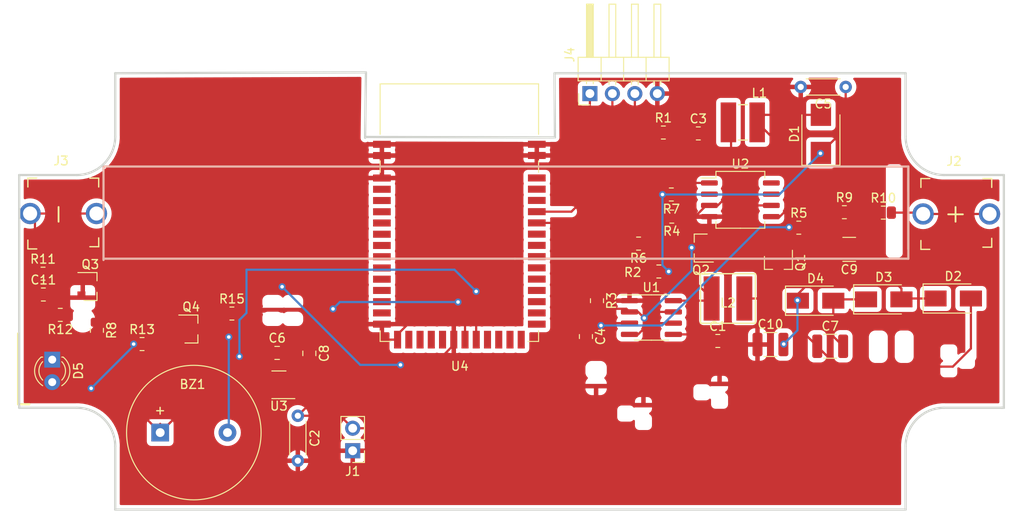
<source format=kicad_pcb>
(kicad_pcb (version 20201116) (generator pcbnew)
  (layers (0 "F.Cu" signal) (31 "B.Cu" signal) (34 "B.Paste" user) (35 "F.Paste" user) (36 "B.SilkS" user "B.Silkscreen") (37 "F.SilkS" user "F.Silkscreen") (38 "B.Mask" user) (39 "F.Mask" user) (44 "Edge.Cuts" user))
  (net 0 "")
  (net 1 "Net-(BZ1-Pad2)")
  (net 2 "GNDD")
  (net 3 "Net-(C1-Pad1)")
  (net 4 "/18660_Input")
  (net 5 "Net-(C3-Pad1)")
  (net 6 "Net-(C4-Pad1)")
  (net 7 "/VCC_5V")
  (net 8 "Net-(C6-Pad1)")
  (net 9 "Net-(C7-Pad2)")
  (net 10 "Net-(C7-Pad1)")
  (net 11 "/VCC_3.3V")
  (net 12 "Net-(C10-Pad2)")
  (net 13 "Net-(C9-Pad1)")
  (net 14 "Net-(C11-Pad1)")
  (net 15 "Net-(D1-Pad2)")
  (net 16 "Net-(D5-Pad2)")
  (net 17 "Net-(J2-Pad1)")
  (net 18 "Net-(J4-Pad3)")
  (net 19 "Net-(J4-Pad2)")
  (net 20 "Net-(Q1-Pad2)")
  (net 21 "Net-(Q1-Pad1)")
  (net 22 "/INT_0")
  (net 23 "Net-(Q3-Pad1)")
  (net 24 "Net-(Q4-Pad1)")
  (net 25 "Net-(R1-Pad1)")
  (net 26 "Net-(R2-Pad2)")
  (net 27 "Net-(R4-Pad1)")
  (net 28 "Net-(R5-Pad1)")
  (net 29 "Net-(R10-Pad1)")
  (net 30 "/LED")
  (net 31 "/BUZZER")
  (footprint "Diode_SMD:D_SMA" (layer "F.Cu") (at 130.4 46.1)
    (fp_text reference "D2" (at 0 -2.5) (layer "F.SilkS"))
    (fp_text value "US1M")
    (pad "1" smd rect (at -2 0) (size 2.5 1.8) (layers "F.Cu" "F.Paste" "F.Mask") (net 13 "Net-(C9-Pad1)"))
    (pad "2" smd rect (at 2 0) (size 2.5 1.8) (layers "F.Cu" "F.Paste" "F.Mask") (net 10 "Net-(C7-Pad1)"))
  )
  (footprint "Resistor_SMD:R_0805_2012Metric" (layer "F.Cu") (at 122.5 36.4)
    (fp_text reference "R10" (at 0 -1.65) (layer "F.SilkS"))
    (fp_text value "7.5M")
    (pad "1" smd roundrect (at -0.9125 0) (size 1.025 1.4) (layers "F.Cu" "F.Paste" "F.Mask") (roundrect_rratio 0.243902) (net 29 "Net-(R10-Pad1)"))
    (pad "2" smd roundrect (at 0.9125 0) (size 1.025 1.4) (layers "F.Cu" "F.Paste" "F.Mask") (roundrect_rratio 0.243902) (net 17 "Net-(J2-Pad1)"))
  )
  (footprint "Resistor_SMD:R_0805_2012Metric" (layer "F.Cu") (at 103.8 50.9)
    (fp_text reference "C1" (at 0 -1.65) (layer "F.SilkS"))
    (fp_text value "10nF")
    (pad "1" smd roundrect (at -0.9125 0) (size 1.025 1.4) (layers "F.Cu" "F.Paste" "F.Mask") (roundrect_rratio 0.243902) (net 3 "Net-(C1-Pad1)"))
    (pad "2" smd roundrect (at 0.9125 0) (size 1.025 1.4) (layers "F.Cu" "F.Paste" "F.Mask") (roundrect_rratio 0.243902) (net 2 "GNDD"))
  )
  (footprint "Resistor_SMD:R_1210_3225Metric" (layer "F.Cu") (at 109.75 51.3)
    (fp_text reference "C10" (at 0 -2.28) (layer "F.SilkS"))
    (fp_text value "10nF")
    (pad "1" smd roundrect (at -1.4625 0) (size 1.125 2.65) (layers "F.Cu" "F.Paste" "F.Mask") (roundrect_rratio 0.222222) (net 2 "GNDD"))
    (pad "2" smd roundrect (at 1.4625 0) (size 1.125 2.65) (layers "F.Cu" "F.Paste" "F.Mask") (roundrect_rratio 0.222222) (net 12 "Net-(C10-Pad2)"))
  )
  (footprint "Resistor_SMD:R_0805_2012Metric" (layer "F.Cu") (at 90.15 46.35 -90)
    (fp_text reference "R3" (at 0 -1.65 90) (layer "F.SilkS"))
    (fp_text value "33K")
    (pad "1" smd roundrect (at -0.9125 0 270) (size 1.025 1.4) (layers "F.Cu" "F.Paste" "F.Mask") (roundrect_rratio 0.243902) (net 26 "Net-(R2-Pad2)"))
    (pad "2" smd roundrect (at 0.9125 0 270) (size 1.025 1.4) (layers "F.Cu" "F.Paste" "F.Mask") (roundrect_rratio 0.243902) (net 6 "Net-(C4-Pad1)"))
  )
  (footprint "Resistor_SMD:R_0805_2012Metric" (layer "F.Cu") (at 94.85 39.9 180)
    (fp_text reference "R6" (at 0 -1.65) (layer "F.SilkS"))
    (fp_text value "200")
    (pad "1" smd roundrect (at -0.9125 0 180) (size 1.025 1.4) (layers "F.Cu" "F.Paste" "F.Mask") (roundrect_rratio 0.243902) (net 20 "Net-(Q1-Pad2)"))
    (pad "2" smd roundrect (at 0.9125 0 180) (size 1.025 1.4) (layers "F.Cu" "F.Paste" "F.Mask") (roundrect_rratio 0.243902) (net 2 "GNDD"))
  )
  (footprint "Geiger:IND_SMD_CD43" (layer "F.Cu") (at 106.625 26.2)
    (fp_text reference "L1" (at 1.879 -3.302) (layer "F.SilkS"))
    (fp_text value "4.7uH")
    (pad "1" smd rect (at -1.625 0) (size 1.75 4.5) (layers "F.Cu" "F.Paste" "F.Mask") (net 4 "/18660_Input"))
    (pad "2" smd rect (at 1.625 0) (size 1.75 4.5) (layers "F.Cu" "F.Paste" "F.Mask") (net 15 "Net-(D1-Pad2)"))
  )
  (footprint "Resistor_SMD:R_1210_3225Metric" (layer "F.Cu") (at 116.5 51.5)
    (fp_text reference "C7" (at 0 -2.28) (layer "F.SilkS"))
    (fp_text value "10nF")
    (pad "1" smd roundrect (at -1.4625 0) (size 1.125 2.65) (layers "F.Cu" "F.Paste" "F.Mask") (roundrect_rratio 0.222222) (net 10 "Net-(C7-Pad1)"))
    (pad "2" smd roundrect (at 1.4625 0) (size 1.125 2.65) (layers "F.Cu" "F.Paste" "F.Mask") (roundrect_rratio 0.222222) (net 9 "Net-(C7-Pad2)"))
  )
  (footprint "Resistor_SMD:R_1210_3225Metric" (layer "F.Cu") (at 118.65 40.55 180)
    (fp_text reference "C9" (at 0 -2.28) (layer "F.SilkS"))
    (fp_text value "10nF")
    (pad "1" smd roundrect (at -1.4625 0 180) (size 1.125 2.65) (layers "F.Cu" "F.Paste" "F.Mask") (roundrect_rratio 0.222222) (net 13 "Net-(C9-Pad1)"))
    (pad "2" smd roundrect (at 1.4625 0 180) (size 1.125 2.65) (layers "F.Cu" "F.Paste" "F.Mask") (roundrect_rratio 0.222222) (net 12 "Net-(C10-Pad2)"))
  )
  (footprint "Capacitor_SMD:C_0805_2012Metric" (layer "F.Cu") (at 57.65 52.3 -90)
    (fp_text reference "C8" (at 0 -1.68 90) (layer "F.SilkS"))
    (fp_text value "2.2uF")
    (pad "1" smd roundrect (at -0.95 0 270) (size 1 1.45) (layers "F.Cu" "F.Paste" "F.Mask") (net 11 "/VCC_3.3V"))
    (pad "2" smd roundrect (at 0.95 0 270) (size 1 1.45) (layers "F.Cu" "F.Paste" "F.Mask") (net 2 "GNDD"))
  )
  (footprint "Connector_PinHeader_2.54mm:PinHeader_1x04_P2.54mm_Horizontal" (layer "F.Cu") (at 89.35 22.95 90)
    (fp_text reference "J4" (at 4.385 -2.27 90) (layer "F.SilkS"))
    (fp_text value "Conn_01x04")
    (pad "1" thru_hole rect (at 0 0 90) (size 1.7 1.7) (drill 1) (layers *.Cu *.Mask) (net 11 "/VCC_3.3V"))
    (pad "2" thru_hole oval (at 0 2.54 90) (size 1.7 1.7) (drill 1) (layers *.Cu *.Mask) (net 19 "Net-(J4-Pad2)"))
    (pad "3" thru_hole oval (at 0 5.08 90) (size 1.7 1.7) (drill 1) (layers *.Cu *.Mask) (net 18 "Net-(J4-Pad3)"))
    (pad "4" thru_hole oval (at 0 7.62 90) (size 1.7 1.7) (drill 1) (layers *.Cu *.Mask) (net 2 "GNDD"))
  )
  (footprint "Resistor_SMD:R_0805_2012Metric" (layer "F.Cu") (at 97.65 27.35)
    (fp_text reference "R1" (at 0 -1.65) (layer "F.SilkS"))
    (fp_text value "47k")
    (pad "1" smd roundrect (at -0.9125 0) (size 1.025 1.4) (layers "F.Cu" "F.Paste" "F.Mask") (roundrect_rratio 0.243902) (net 25 "Net-(R1-Pad1)"))
    (pad "2" smd roundrect (at 0.9125 0) (size 1.025 1.4) (layers "F.Cu" "F.Paste" "F.Mask") (roundrect_rratio 0.243902) (net 5 "Net-(C3-Pad1)"))
  )
  (footprint "Resistor_SMD:R_0805_2012Metric" (layer "F.Cu") (at 101.6 27.45)
    (fp_text reference "C3" (at 0 -1.65) (layer "F.SilkS"))
    (fp_text value "33nF")
    (pad "1" smd roundrect (at -0.9125 0) (size 1.025 1.4) (layers "F.Cu" "F.Paste" "F.Mask") (roundrect_rratio 0.243902) (net 5 "Net-(C3-Pad1)"))
    (pad "2" smd roundrect (at 0.9125 0) (size 1.025 1.4) (layers "F.Cu" "F.Paste" "F.Mask") (roundrect_rratio 0.243902) (net 2 "GNDD"))
  )
  (footprint "Resistor_SMD:R_0805_2012Metric" (layer "F.Cu") (at 118.1 36.35)
    (fp_text reference "R9" (at 0 -1.65) (layer "F.SilkS"))
    (fp_text value "7.5M")
    (pad "1" smd roundrect (at -0.9125 0) (size 1.025 1.4) (layers "F.Cu" "F.Paste" "F.Mask") (roundrect_rratio 0.243902) (net 12 "Net-(C10-Pad2)"))
    (pad "2" smd roundrect (at 0.9125 0) (size 1.025 1.4) (layers "F.Cu" "F.Paste" "F.Mask") (roundrect_rratio 0.243902) (net 29 "Net-(R10-Pad1)"))
  )
  (footprint "Resistor_SMD:R_0805_2012Metric" (layer "F.Cu") (at 97.137501 43.050002 180)
    (fp_text reference "R2" (at 2.95 -0.1) (layer "F.SilkS"))
    (fp_text value "33K")
    (pad "1" smd roundrect (at -0.9125 0 180) (size 1.025 1.4) (layers "F.Cu" "F.Paste" "F.Mask") (roundrect_rratio 0.243902) (net 7 "/VCC_5V"))
    (pad "2" smd roundrect (at 0.9125 0 180) (size 1.025 1.4) (layers "F.Cu" "F.Paste" "F.Mask") (roundrect_rratio 0.243902) (net 26 "Net-(R2-Pad2)"))
  )
  (footprint "Buzzer_Beeper:Buzzer_15x7.5RM7.6" (layer "F.Cu") (at 40.8 61.25)
    (fp_text reference "BZ1" (at 3.65 -5.45) (layer "F.SilkS"))
    (fp_text value "Buzzer")
    (fp_text user "+" (at -0.01 -2.54) (layer "F.SilkS"))
    (pad "1" thru_hole rect (at 0 0) (size 2 2) (drill 1) (layers *.Cu *.Mask) (net 11 "/VCC_3.3V"))
    (pad "2" thru_hole circle (at 7.6 0) (size 2 2) (drill 1) (layers *.Cu *.Mask) (net 1 "Net-(BZ1-Pad2)"))
  )
  (footprint "Resistor_SMD:R_0805_2012Metric" (layer "F.Cu") (at 98.6 36.85 180)
    (fp_text reference "R4" (at 0 -1.65) (layer "F.SilkS"))
    (fp_text value "100k")
    (pad "1" smd roundrect (at -0.9125 0 180) (size 1.025 1.4) (layers "F.Cu" "F.Paste" "F.Mask") (roundrect_rratio 0.243902) (net 27 "Net-(R4-Pad1)"))
    (pad "2" smd roundrect (at 0.9125 0 180) (size 1.025 1.4) (layers "F.Cu" "F.Paste" "F.Mask") (roundrect_rratio 0.243902) (net 2 "GNDD"))
  )
  (footprint "Resistor_SMD:R_0805_2012Metric" (layer "F.Cu") (at 38.75 51.25)
    (fp_text reference "R13" (at 0 -1.65) (layer "F.SilkS"))
    (fp_text value "510R")
    (pad "1" smd roundrect (at -0.9125 0) (size 1.025 1.4) (layers "F.Cu" "F.Paste" "F.Mask") (roundrect_rratio 0.243902) (net 16 "Net-(D5-Pad2)"))
    (pad "2" smd roundrect (at 0.9125 0) (size 1.025 1.4) (layers "F.Cu" "F.Paste" "F.Mask") (roundrect_rratio 0.243902) (net 30 "/LED"))
  )
  (footprint "Package_TO_SOT_SMD:SOT-23" (layer "F.Cu") (at 101.9 40.4 180)
    (fp_text reference "Q2" (at 0 -2.5) (layer "F.SilkS"))
    (fp_text value "MMBT3904")
    (pad "1" smd rect (at -1 -0.95 180) (size 0.9 0.8) (layers "F.Cu" "F.Paste" "F.Mask") (net 20 "Net-(Q1-Pad2)"))
    (pad "2" smd rect (at -1 0.95 180) (size 0.9 0.8) (layers "F.Cu" "F.Paste" "F.Mask") (net 2 "GNDD"))
    (pad "3" smd rect (at 1 0 180) (size 0.9 0.8) (layers "F.Cu" "F.Paste" "F.Mask") (net 6 "Net-(C4-Pad1)"))
  )
  (footprint "Diode_SMD:D_SMB" (layer "F.Cu") (at 115.45 27.5 90)
    (fp_text reference "D1" (at 0 -3 90) (layer "F.SilkS"))
    (fp_text value "MBRS120")
    (pad "1" smd rect (at -2.15 0 90) (size 2.5 2.3) (layers "F.Cu" "F.Paste" "F.Mask") (net 7 "/VCC_5V"))
    (pad "2" smd rect (at 2.15 0 90) (size 2.5 2.3) (layers "F.Cu" "F.Paste" "F.Mask") (net 15 "Net-(D1-Pad2)"))
  )
  (footprint "Ebyte:E73-2G4M04S1B" (layer "F.Cu") (at 74.65 36.75)
    (fp_text reference "U4" (at 0 17) (layer "F.SilkS"))
    (fp_text value "E73-2G4M04S1B")
    (pad "1" smd rect (at -8.8 -8.07) (size 2 0.8) (layers "F.Cu" "F.Paste" "F.Mask") (net 2 "GNDD"))
    (pad "2" smd rect (at -8.8 -6.8) (size 2 0.8) (layers "F.Cu" "F.Paste" "F.Mask") (net 2 "GNDD"))
    (pad "3" smd rect (at -8.8 -4.26) (size 2 0.8) (layers "F.Cu" "F.Paste" "F.Mask") (net 2 "GNDD"))
    (pad "4" smd rect (at -8.8 -2.99) (size 2 0.8) (layers "F.Cu" "F.Paste" "F.Mask"))
    (pad "5" smd rect (at -8.8 -1.72) (size 2 0.8) (layers "F.Cu" "F.Paste" "F.Mask"))
    (pad "6" smd rect (at -8.8 -0.45) (size 2 0.8) (layers "F.Cu" "F.Paste" "F.Mask"))
    (pad "7" smd rect (at -8.8 0.82) (size 2 0.8) (layers "F.Cu" "F.Paste" "F.Mask"))
    (pad "8" smd rect (at -8.8 2.09) (size 2 0.8) (layers "F.Cu" "F.Paste" "F.Mask"))
    (pad "9" smd rect (at -8.8 3.36) (size 2 0.8) (layers "F.Cu" "F.Paste" "F.Mask"))
    (pad "10" smd rect (at -8.8 4.63) (size 2 0.8) (layers "F.Cu" "F.Paste" "F.Mask"))
    (pad "11" smd rect (at -8.8 5.9) (size 2 0.8) (layers "F.Cu" "F.Paste" "F.Mask"))
    (pad "12" smd rect (at -8.8 7.17) (size 2 0.8) (layers "F.Cu" "F.Paste" "F.Mask"))
    (pad "13" smd rect (at -8.8 8.44) (size 2 0.8) (layers "F.Cu" "F.Paste" "F.Mask"))
    (pad "14" smd rect (at -8.8 9.71) (size 2 0.8) (layers "F.Cu" "F.Paste" "F.Mask"))
    (pad "15" smd rect (at -8.8 10.98) (size 2 0.8) (layers "F.Cu" "F.Paste" "F.Mask"))
    (pad "16" smd rect (at -8.8 12.25) (size 2 0.8) (layers "F.Cu" "F.Paste" "F.Mask") (net 2 "GNDD"))
    (pad "17" smd rect (at -7.03 14 90) (size 2 0.8) (layers "F.Cu" "F.Paste" "F.Mask") (net 11 "/VCC_3.3V"))
    (pad "18" smd rect (at -5.76 14 90) (size 2 0.8) (layers "F.Cu" "F.Paste" "F.Mask"))
    (pad "19" smd rect (at -4.49 14 90) (size 2 0.8) (layers "F.Cu" "F.Paste" "F.Mask"))
    (pad "20" smd rect (at -3.22 14 90) (size 2 0.8) (layers "F.Cu" "F.Paste" "F.Mask"))
    (pad "21" smd rect (at -1.95 14 90) (size 2 0.8) (layers "F.Cu" "F.Paste" "F.Mask"))
    (pad "22" smd rect (at -0.68 14 90) (size 2 0.8) (layers "F.Cu" "F.Paste" "F.Mask") (net 22 "/INT_0"))
    (pad "23" smd rect (at 0.59 14 90) (size 2 0.8) (layers "F.Cu" "F.Paste" "F.Mask") (net 31 "/BUZZER"))
    (pad "24" smd rect (at 1.86 14 90) (size 2 0.8) (layers "F.Cu" "F.Paste" "F.Mask") (net 30 "/LED"))
    (pad "25" smd rect (at 3.13 14 90) (size 2 0.8) (layers "F.Cu" "F.Paste" "F.Mask"))
    (pad "26" smd rect (at 4.4 14 90) (size 2 0.8) (layers "F.Cu" "F.Paste" "F.Mask"))
    (pad "27" smd rect (at 5.67 14 90) (size 2 0.8) (layers "F.Cu" "F.Paste" "F.Mask"))
    (pad "28" smd rect (at 6.94 14 90) (size 2 0.8) (layers "F.Cu" "F.Paste" "F.Mask"))
    (pad "29" smd rect (at 8.7 12.25) (size 2 0.8) (layers "F.Cu" "F.Paste" "F.Mask"))
    (pad "30" smd rect (at 8.7 10.98) (size 2 0.8) (layers "F.Cu" "F.Paste" "F.Mask"))
    (pad "31" smd rect (at 8.7 9.71) (size 2 0.8) (layers "F.Cu" "F.Paste" "F.Mask"))
    (pad "32" smd rect (at 8.7 8.44) (size 2 0.8) (layers "F.Cu" "F.Paste" "F.Mask"))
    (pad "33" smd rect (at 8.7 7.16) (size 2 0.8) (layers "F.Cu" "F.Paste" "F.Mask"))
    (pad "34" smd rect (at 8.7 5.89) (size 2 0.8) (layers "F.Cu" "F.Paste" "F.Mask"))
    (pad "35" smd rect (at 8.7 4.62) (size 2 0.8) (layers "F.Cu" "F.Paste" "F.Mask"))
    (pad "36" smd rect (at 8.7 3.35) (size 2 0.8) (layers "F.Cu" "F.Paste" "F.Mask"))
    (pad "37" smd rect (at 8.7 2.08) (size 2 0.8) (layers "F.Cu" "F.Paste" "F.Mask"))
    (pad "38" smd rect (at 8.7 0.81) (size 2 0.8) (layers "F.Cu" "F.Paste" "F.Mask") (net 18 "Net-(J4-Pad3)"))
    (pad "39" smd rect (at 8.7 -0.46) (size 2 0.8) (layers "F.Cu" "F.Paste" "F.Mask") (net 19 "Net-(J4-Pad2)"))
    (pad "40" smd rect (at 8.7 -1.73) (size 2 0.8) (layers "F.Cu" "F.Paste" "F.Mask"))
    (pad "41" smd rect (at 8.7 -3) (size 2 0.8) (layers "F.Cu" "F.Paste" "F.Mask"))
    (pad "42" smd rect (at 8.7 -4.27) (size 2 0.8) (layers "F.Cu" "F.Paste" "F.Mask"))
    (pad "43" smd rect (at 8.7 -6.81) (size 2 0.8) (layers "F.Cu" "F.Paste" "F.Mask") (net 2 "GNDD"))
    (pad "44" smd rect (at 8.7 -8.07) (size 2 0.8) (layers "F.Cu" "F.Paste" "F.Mask") (net 2 "GNDD"))
  )
  (footprint "Resistor_SMD:R_0805_2012Metric" (layer "F.Cu") (at 112.95 38.1)
    (fp_text reference "R5" (at 0 -1.65) (layer "F.SilkS"))
    (fp_text value "1K")
    (pad "1" smd roundrect (at -0.9125 0) (size 1.025 1.4) (layers "F.Cu" "F.Paste" "F.Mask") (roundrect_rratio 0.243902) (net 28 "Net-(R5-Pad1)"))
    (pad "2" smd roundrect (at 0.9125 0) (size 1.025 1.4) (layers "F.Cu" "F.Paste" "F.Mask") (roundrect_rratio 0.243902) (net 21 "Net-(Q1-Pad1)"))
  )
  (footprint "Diode_SMD:D_SMA" (layer "F.Cu") (at 114.85 46.35)
    (fp_text reference "D4" (at 0 -2.5) (layer "F.SilkS"))
    (fp_text value "US1M")
    (pad "1" smd rect (at -2 0) (size 2.5 1.8) (layers "F.Cu" "F.Paste" "F.Mask") (net 12 "Net-(C10-Pad2)"))
    (pad "2" smd rect (at 2 0) (size 2.5 1.8) (layers "F.Cu" "F.Paste" "F.Mask") (net 9 "Net-(C7-Pad2)"))
  )
  (footprint "Resistor_THT:R_Axial_DIN0204_L3.6mm_D1.6mm_P5.08mm_Horizontal" (layer "F.Cu") (at 118.25 22.2 180)
    (fp_text reference "C5" (at 2.54 -1.92) (layer "F.SilkS"))
    (fp_text value "100uF")
    (pad "1" thru_hole circle (at 0 0 180) (size 1.4 1.4) (drill 0.7) (layers *.Cu *.Mask) (net 7 "/VCC_5V"))
    (pad "2" thru_hole oval (at 5.08 0 180) (size 1.4 1.4) (drill 0.7) (layers *.Cu *.Mask) (net 2 "GNDD"))
  )
  (footprint "Geiger:Датчик" (layer "F.Cu") (at 33.85 36.5)
    (fp_text reference "J3" (at -4.25 -5.95) (layer "F.SilkS"))
    (fp_text value "Geiger -")
    (pad "1" thru_hole circle (at -0.25 0) (size 2.4 2.4) (drill 1.6) (layers *.Cu *.Mask) (net 14 "Net-(C11-Pad1)"))
    (pad "1" thru_hole circle (at -7.75 0) (size 2.4 2.4) (drill 1.6) (layers *.Cu *.Mask) (net 14 "Net-(C11-Pad1)"))
  )
  (footprint "Resistor_THT:R_Axial_DIN0204_L3.6mm_D1.6mm_P5.08mm_Horizontal" (layer "F.Cu") (at 56.35 59.35 -90)
    (fp_text reference "C2" (at 2.54 -1.92 90) (layer "F.SilkS"))
    (fp_text value "10uF")
    (pad "1" thru_hole circle (at 0 0 270) (size 1.4 1.4) (drill 0.7) (layers *.Cu *.Mask) (net 4 "/18660_Input"))
    (pad "2" thru_hole oval (at 5.08 0 270) (size 1.4 1.4) (drill 0.7) (layers *.Cu *.Mask) (net 2 "GNDD"))
  )
  (footprint "Package_TO_SOT_SMD:SOT-23" (layer "F.Cu") (at 110.65 42.05 -90)
    (fp_text reference "Q1" (at 0 -2.5 90) (layer "F.SilkS"))
    (fp_text value "MMBTA42")
    (pad "1" smd rect (at -1 -0.95 270) (size 0.9 0.8) (layers "F.Cu" "F.Paste" "F.Mask") (net 21 "Net-(Q1-Pad1)"))
    (pad "2" smd rect (at -1 0.95 270) (size 0.9 0.8) (layers "F.Cu" "F.Paste" "F.Mask") (net 20 "Net-(Q1-Pad2)"))
    (pad "3" smd rect (at 1 0 270) (size 0.9 0.8) (layers "F.Cu" "F.Paste" "F.Mask") (net 10 "Net-(C7-Pad1)"))
  )
  (footprint "Geiger:BOURNS-SDR0503" (layer "F.Cu") (at 104.95 46.1)
    (fp_text reference "L2" (at 0 0.5) (layer "F.SilkS"))
    (fp_text value "10mH")
    (pad "1" smd rect (at -1.85 0) (size 1.8 5) (layers "F.Cu" "F.Paste" "F.Mask") (net 7 "/VCC_5V"))
    (pad "2" smd rect (at 1.85 0) (size 1.8 5) (layers "F.Cu" "F.Paste" "F.Mask") (net 10 "Net-(C7-Pad1)"))
  )
  (footprint "Diode_SMD:D_SMA" (layer "F.Cu") (at 122.55 46.2)
    (fp_text reference "D3" (at 0 -2.5) (layer "F.SilkS"))
    (fp_text value "US1M")
    (pad "1" smd rect (at -2 0) (size 2.5 1.8) (layers "F.Cu" "F.Paste" "F.Mask") (net 9 "Net-(C7-Pad2)"))
    (pad "2" smd rect (at 2 0) (size 2.5 1.8) (layers "F.Cu" "F.Paste" "F.Mask") (net 13 "Net-(C9-Pad1)"))
  )
  (footprint "Package_TO_SOT_SMD:SOT-23-5" (layer "F.Cu") (at 54.2125 55.85 180)
    (fp_text reference "U3" (at 0 -2.4) (layer "F.SilkS"))
    (fp_text value "MIC5219-3.3")
    (pad "1" smd roundrect (at -1.1375 -0.95 180) (size 1.325 0.6) (layers "F.Cu" "F.Paste" "F.Mask") (net 4 "/18660_Input"))
    (pad "2" smd roundrect (at -1.1375 0 180) (size 1.325 0.6) (layers "F.Cu" "F.Paste" "F.Mask") (net 2 "GNDD"))
    (pad "3" smd roundrect (at -1.1375 0.95 180) (size 1.325 0.6) (layers "F.Cu" "F.Paste" "F.Mask") (net 4 "/18660_Input"))
    (pad "4" smd roundrect (at 1.1375 0.95 180) (size 1.325 0.6) (layers "F.Cu" "F.Paste" "F.Mask") (net 8 "Net-(C6-Pad1)"))
    (pad "5" smd roundrect (at 1.1375 -0.95 180) (size 1.325 0.6) (layers "F.Cu" "F.Paste" "F.Mask") (net 11 "/VCC_3.3V"))
  )
  (footprint "Resistor_SMD:R_0805_2012Metric" (layer "F.Cu") (at 98.55 34.35 180)
    (fp_text reference "R7" (at 0 -1.65) (layer "F.SilkS"))
    (fp_text value "309K")
    (pad "1" smd roundrect (at -0.9125 0 180) (size 1.025 1.4) (layers "F.Cu" "F.Paste" "F.Mask") (roundrect_rratio 0.243902) (net 27 "Net-(R4-Pad1)"))
    (pad "2" smd roundrect (at 0.9125 0 180) (size 1.025 1.4) (layers "F.Cu" "F.Paste" "F.Mask") (roundrect_rratio 0.243902) (net 7 "/VCC_5V"))
  )
  (footprint "Capacitor_SMD:C_0805_2012Metric" (layer "F.Cu") (at 54.0125 52.25)
    (fp_text reference "C6" (at 0 -1.68) (layer "F.SilkS"))
    (fp_text value "470pF")
    (pad "1" smd roundrect (at -0.95 0) (size 1 1.45) (layers "F.Cu" "F.Paste" "F.Mask") (net 8 "Net-(C6-Pad1)"))
    (pad "2" smd roundrect (at 0.95 0) (size 1 1.45) (layers "F.Cu" "F.Paste" "F.Mask") (net 2 "GNDD"))
  )
  (footprint "Package_TO_SOT_SMD:SOT-23" (layer "F.Cu") (at 44.3 49.55)
    (fp_text reference "Q4" (at 0 -2.5) (layer "F.SilkS"))
    (fp_text value "BC847")
    (pad "1" smd rect (at -1 -0.95) (size 0.9 0.8) (layers "F.Cu" "F.Paste" "F.Mask") (net 24 "Net-(Q4-Pad1)"))
    (pad "2" smd rect (at -1 0.95) (size 0.9 0.8) (layers "F.Cu" "F.Paste" "F.Mask") (net 2 "GNDD"))
    (pad "3" smd rect (at 1 0) (size 0.9 0.8) (layers "F.Cu" "F.Paste" "F.Mask") (net 1 "Net-(BZ1-Pad2)"))
  )
  (footprint "Package_TO_SOT_SMD:SOT-23" (layer "F.Cu") (at 32.9 44.75)
    (fp_text reference "Q3" (at 0 -2.5) (layer "F.SilkS"))
    (fp_text value "MMBT3904")
    (pad "1" smd rect (at -1 -0.95) (size 0.9 0.8) (layers "F.Cu" "F.Paste" "F.Mask") (net 23 "Net-(Q3-Pad1)"))
    (pad "2" smd rect (at -1 0.95) (size 0.9 0.8) (layers "F.Cu" "F.Paste" "F.Mask") (net 2 "GNDD"))
    (pad "3" smd rect (at 1 0) (size 0.9 0.8) (layers "F.Cu" "F.Paste" "F.Mask") (net 22 "/INT_0"))
  )
  (footprint "Package_SO:SOIC-8_3.9x4.9mm_P1.27mm" (layer "F.Cu") (at 96.3 48.25)
    (fp_text reference "U1" (at 0 -3.4) (layer "F.SilkS"))
    (fp_text value "NE555D")
    (pad "1" smd roundrect (at -2.475 -1.905) (size 1.95 0.6) (layers "F.Cu" "F.Paste" "F.Mask") (net 2 "GNDD"))
    (pad "2" smd roundrect (at -2.475 -0.635) (size 1.95 0.6) (layers "F.Cu" "F.Paste" "F.Mask") (net 6 "Net-(C4-Pad1)"))
    (pad "3" smd roundrect (at -2.475 0.635) (size 1.95 0.6) (layers "F.Cu" "F.Paste" "F.Mask") (net 28 "Net-(R5-Pad1)"))
    (pad "4" smd roundrect (at -2.475 1.905) (size 1.95 0.6) (layers "F.Cu" "F.Paste" "F.Mask") (net 6 "Net-(C4-Pad1)"))
    (pad "5" smd roundrect (at 2.475 1.905) (size 1.95 0.6) (layers "F.Cu" "F.Paste" "F.Mask") (net 3 "Net-(C1-Pad1)"))
    (pad "6" smd roundrect (at 2.475 0.635) (size 1.95 0.6) (layers "F.Cu" "F.Paste" "F.Mask") (net 6 "Net-(C4-Pad1)"))
    (pad "7" smd roundrect (at 2.475 -0.635) (size 1.95 0.6) (layers "F.Cu" "F.Paste" "F.Mask") (net 26 "Net-(R2-Pad2)"))
    (pad "8" smd roundrect (at 2.475 -1.905) (size 1.95 0.6) (layers "F.Cu" "F.Paste" "F.Mask") (net 7 "/VCC_5V"))
  )
  (footprint "Resistor_SMD:R_0805_2012Metric" (layer "F.Cu") (at 33.65 49.7 -90)
    (fp_text reference "R8" (at 0 -1.65 90) (layer "F.SilkS"))
    (fp_text value "10K")
    (pad "1" smd roundrect (at -0.9125 0 270) (size 1.025 1.4) (layers "F.Cu" "F.Paste" "F.Mask") (roundrect_rratio 0.243902) (net 22 "/INT_0"))
    (pad "2" smd roundrect (at 0.9125 0 270) (size 1.025 1.4) (layers "F.Cu" "F.Paste" "F.Mask") (roundrect_rratio 0.243902) (net 11 "/VCC_3.3V"))
  )
  (footprint "Resistor_SMD:R_0805_2012Metric" (layer "F.Cu") (at 29.5125 47.95 180)
    (fp_text reference "R12" (at 0 -1.65) (layer "F.SilkS"))
    (fp_text value "100K")
    (pad "1" smd roundrect (at -0.9125 0 180) (size 1.025 1.4) (layers "F.Cu" "F.Paste" "F.Mask") (roundrect_rratio 0.243902) (net 23 "Net-(Q3-Pad1)"))
    (pad "2" smd roundrect (at 0.9125 0 180) (size 1.025 1.4) (layers "F.Cu" "F.Paste" "F.Mask") (roundrect_rratio 0.243902) (net 2 "GNDD"))
  )
  (footprint "Resistor_SMD:R_0805_2012Metric" (layer "F.Cu") (at 27.5625 43.3)
    (fp_text reference "R11" (at 0 -1.65) (layer "F.SilkS"))
    (fp_text value "10K")
    (pad "1" smd roundrect (at -0.9125 0) (size 1.025 1.4) (layers "F.Cu" "F.Paste" "F.Mask") (roundrect_rratio 0.243902) (net 14 "Net-(C11-Pad1)"))
    (pad "2" smd roundrect (at 0.9125 0) (size 1.025 1.4) (layers "F.Cu" "F.Paste" "F.Mask") (roundrect_rratio 0.243902) (net 23 "Net-(Q3-Pad1)"))
  )
  (footprint "LED_THT:LED_D3.0mm" (layer "F.Cu") (at 28.6 53.01 -90)
    (fp_text reference "D5" (at 1.27 -2.96 90) (layer "F.SilkS"))
    (fp_text value "LED")
    (pad "1" thru_hole rect (at 0 0 270) (size 1.8 1.8) (drill 0.9) (layers *.Cu *.Mask) (net 2 "GNDD"))
    (pad "2" thru_hole circle (at 2.54 0 270) (size 1.8 1.8) (drill 0.9) (layers *.Cu *.Mask) (net 16 "Net-(D5-Pad2)"))
  )
  (footprint "Geiger:Датчик" (layer "F.Cu") (at 134.75 36.55)
    (fp_text reference "J2" (at -4.25 -5.95) (layer "F.SilkS"))
    (fp_text value "Geiger +")
    (pad "1" thru_hole circle (at -7.75 0) (size 2.4 2.4) (drill 1.6) (layers *.Cu *.Mask) (net 17 "Net-(J2-Pad1)"))
    (pad "1" thru_hole circle (at -0.25 0) (size 2.4 2.4) (drill 1.6) (layers *.Cu *.Mask) (net 17 "Net-(J2-Pad1)"))
  )
  (footprint "Resistor_SMD:R_0805_2012Metric" (layer "F.Cu") (at 48.9 47.8)
    (fp_text reference "R15" (at 0 -1.65) (layer "F.SilkS"))
    (fp_text value "1K")
    (pad "1" smd roundrect (at -0.9125 0) (size 1.025 1.4) (layers "F.Cu" "F.Paste" "F.Mask") (roundrect_rratio 0.243902) (net 24 "Net-(Q4-Pad1)"))
    (pad "2" smd roundrect (at 0.9125 0) (size 1.025 1.4) (layers "F.Cu" "F.Paste" "F.Mask") (roundrect_rratio 0.243902) (net 31 "/BUZZER"))
  )
  (footprint "Resistor_SMD:R_0805_2012Metric" (layer "F.Cu") (at 27.6 45.65)
    (fp_text reference "C11" (at 0 -1.65) (layer "F.SilkS"))
    (fp_text value "1nF")
    (pad "1" smd roundrect (at -0.9125 0) (size 1.025 1.4) (layers "F.Cu" "F.Paste" "F.Mask") (roundrect_rratio 0.243902) (net 14 "Net-(C11-Pad1)"))
    (pad "2" smd roundrect (at 0.9125 0) (size 1.025 1.4) (layers "F.Cu" "F.Paste" "F.Mask") (roundrect_rratio 0.243902) (net 2 "GNDD"))
  )
  (footprint "Package_SO:SO-8_5.3x6.2mm_P1.27mm" (layer "F.Cu") (at 106.35 34.95)
    (fp_text reference "U2" (at 0 -4.05) (layer "F.SilkS"))
    (fp_text value "LT1308")
    (pad "1" smd roundrect (at -3.5 -1.905) (size 1.9 0.6) (layers "F.Cu" "F.Paste" "F.Mask") (net 25 "Net-(R1-Pad1)"))
    (pad "2" smd roundrect (at -3.5 -0.635) (size 1.9 0.6) (layers "F.Cu" "F.Paste" "F.Mask") (net 27 "Net-(R4-Pad1)"))
    (pad "3" smd roundrect (at -3.5 0.635) (size 1.9 0.6) (layers "F.Cu" "F.Paste" "F.Mask") (net 4 "/18660_Input"))
    (pad "4" smd roundrect (at -3.5 1.905) (size 1.9 0.6) (layers "F.Cu" "F.Paste" "F.Mask") (net 2 "GNDD"))
    (pad "5" smd roundrect (at 3.5 1.905) (size 1.9 0.6) (layers "F.Cu" "F.Paste" "F.Mask") (net 15 "Net-(D1-Pad2)"))
    (pad "6" smd roundrect (at 3.5 0.635) (size 1.9 0.6) (layers "F.Cu" "F.Paste" "F.Mask") (net 4 "/18660_Input"))
    (pad "7" smd roundrect (at 3.5 -0.635) (size 1.9 0.6) (layers "F.Cu" "F.Paste" "F.Mask"))
    (pad "8" smd roundrect (at 3.5 -1.905) (size 1.9 0.6) (layers "F.Cu" "F.Paste" "F.Mask"))
  )
  (footprint "Resistor_SMD:R_0805_2012Metric" (layer "F.Cu") (at 88.9 50.4 -90)
    (fp_text reference "C4" (at 0 -1.65 90) (layer "F.SilkS"))
    (fp_text value "1nF")
    (pad "1" smd roundrect (at -0.9125 0 270) (size 1.025 1.4) (layers "F.Cu" "F.Paste" "F.Mask") (roundrect_rratio 0.243902) (net 6 "Net-(C4-Pad1)"))
    (pad "2" smd roundrect (at 0.9125 0 270) (size 1.025 1.4) (layers "F.Cu" "F.Paste" "F.Mask") (roundrect_rratio 0.243902) (net 2 "GNDD"))
  )
  (footprint "Connector_PinHeader_2.54mm:PinHeader_1x02_P2.54mm_Vertical" (layer "F.Cu") (at 62.55 63.3 180)
    (fp_text reference "J1" (at 0 -2.33) (layer "F.SilkS"))
    (fp_text value "Conn_01x02")
    (pad "1" thru_hole rect (at 0 0 180) (size 1.7 1.7) (drill 1) (layers *.Cu *.Mask) (net 2 "GNDD"))
    (pad "2" thru_hole oval (at 0 2.54 180) (size 1.7 1.7) (drill 1) (layers *.Cu *.Mask) (net 4 "/18660_Input"))
  )
  (gr_line (start 34.396 41.75) (end 34.396 31.19) (layer "B.SilkS") (width 0.254))
  (gr_line (start 34.396 31.19) (end 125.328 31.19) (layer "B.SilkS") (width 0.254))
  (gr_line (start 125.328 31.19) (end 125.328 33.984) (layer "B.SilkS") (width 0.254))
  (gr_line (start 125.328 41.604) (end 80.878 41.604) (layer "B.SilkS") (width 0.254))
  (gr_line (start 125.328 31.19) (end 125.328 41.604) (layer "B.SilkS") (width 0.254))
  (gr_line (start 80.878 41.604) (end 34.396 41.604) (layer "B.SilkS") (width 0.254))
  (gr_line (start 125.328 40.512) (end 125.328 32.536) (layer "B.SilkS") (width 0.254))
  (gr_line (start 24.745 58.05) (end 24.745 50.062) (layer "F.SilkS") (width 0.254))
  (gr_line (start 26.014 58.05) (end 24.745 58.05) (layer "F.SilkS") (width 0.254))
  (gr_line (start 29.316 35.762) (end 29.316 37.426) (layer "F.SilkS") (width 0.2032))
  (gr_line (start 131.493 36.593) (end 129.832 36.593) (layer "F.SilkS") (width 0.2032))
  (gr_line (start 130.662 35.762) (end 130.662 37.426) (layer "F.SilkS") (width 0.2032))
  (gr_line (start 24.871 32.15) (end 24.871 58.45) (layer "Edge.Cuts") (width 0.254))
  (gr_line (start 31.371 32.15) (end 24.871 32.15) (layer "Edge.Cuts") (width 0.254))
  (gr_line (start 129.37 32.15) (end 136.123 32.15) (layer "Edge.Cuts") (width 0.254))
  (gr_line (start 64.05 20.6) (end 63.95 27.95) (layer "Edge.Cuts") (width 0.254))
  (gr_line (start 125.02 62.8) (end 125.02 69.949) (layer "Edge.Cuts") (width 0.254))
  (gr_line (start 31.37 58.449) (end 24.871 58.449) (layer "Edge.Cuts") (width 0.254))
  (gr_arc (start 31.371 27.799) (end 35.721 27.799) (angle 90) (layer "Edge.Cuts") (width 0.254))
  (gr_line (start 35.72 20.649) (end 64.05 20.55) (layer "Edge.Cuts") (width 0.254))
  (gr_arc (start 129.371 27.799) (end 129.371 32.149) (angle 90) (layer "Edge.Cuts") (width 0.254))
  (gr_line (start 35.72 69.949) (end 125.02 69.949) (layer "Edge.Cuts") (width 0.254))
  (gr_line (start 129.37 58.449) (end 135.871 58.449) (layer "Edge.Cuts") (width 0.254))
  (gr_line (start 136.123 58.45) (end 135.869 58.45) (layer "Edge.Cuts") (width 0.254))
  (gr_line (start 63.95 27.85) (end 85.4 27.9) (layer "Edge.Cuts") (width 0.254))
  (gr_arc (start 31.371 62.799) (end 31.371 58.449) (angle 90) (layer "Edge.Cuts") (width 0.254))
  (gr_line (start 125.02 27.799) (end 125.02 20.649) (layer "Edge.Cuts") (width 0.254))
  (gr_line (start 35.72 27.799) (end 35.72 20.649) (layer "Edge.Cuts") (width 0.254))
  (gr_line (start 136.123 58.45) (end 135.869 58.45) (layer "Edge.Cuts") (width 0.254))
  (gr_line (start 85.4 27.9) (end 85.35 20.7) (layer "Edge.Cuts") (width 0.254))
  (gr_line (start 136.123 32.15) (end 136.123 58.45) (layer "Edge.Cuts") (width 0.254))
  (gr_arc (start 129.371 62.799) (end 125.021 62.799) (angle 90) (layer "Edge.Cuts") (width 0.254))
  (gr_line (start 35.72 62.8) (end 35.72 69.949) (layer "Edge.Cuts") (width 0.254))
  (gr_line (start 85.35 20.649) (end 125.021 20.649) (layer "Edge.Cuts") (width 0.254))
  (segment (start 45.3 49.55) (end 47.65 49.55) (width 0.25) (layer "F.Cu") (net 1))
  (segment (start 47.65 49.55) (end 48.55 50.45) (width 0.25) (layer "F.Cu") (net 1))
  (via (at 48.55 50.45) (size 0.8) (drill 0.4) (layers "F.Cu" "B.Cu") (net 1))
  (segment (start 48.55 61.1) (end 48.4 61.25) (width 0.25) (layer "B.Cu") (net 1))
  (segment (start 48.55 50.45) (end 48.55 61.1) (width 0.25) (layer "B.Cu") (net 1))
  (segment (start 54.2125 55.375) (end 54.2125 53) (width 0.25) (layer "F.Cu") (net 2))
  (segment (start 54.6875 55.85) (end 54.2125 55.375) (width 0.25) (layer "F.Cu") (net 2))
  (segment (start 55.35 55.85) (end 54.6875 55.85) (width 0.25) (layer "F.Cu") (net 2))
  (segment (start 54.2125 53) (end 54.9625 52.25) (width 0.25) (layer "F.Cu") (net 2))
  (segment (start 102.1425 50.155) (end 102.8875 50.9) (width 0.25) (layer "F.Cu") (net 3))
  (segment (start 98.775 50.155) (end 102.1425 50.155) (width 0.25) (layer "F.Cu") (net 3))
  (segment (start 69.9 55.15) (end 84.4 55.15) (width 0.25) (layer "F.Cu") (net 4))
  (segment (start 105.3 34.085) (end 103.8 35.585) (width 0.25) (layer "F.Cu") (net 4))
  (segment (start 105.3 26.5) (end 105.3 34.085) (width 0.25) (layer "F.Cu") (net 4))
  (segment (start 64.29 60.76) (end 69.9 55.15) (width 0.25) (layer "F.Cu") (net 4))
  (segment (start 100.6 38.25) (end 91 38.25) (width 0.25) (layer "F.Cu") (net 4))
  (segment (start 105.3 34.085) (end 106.8 35.585) (width 0.25) (layer "F.Cu") (net 4))
  (segment (start 101 37.083232) (end 101 37.85) (width 0.25) (layer "F.Cu") (net 4))
  (segment (start 101 37.85) (end 100.6 38.25) (width 0.25) (layer "F.Cu") (net 4))
  (segment (start 105 26.2) (end 105.3 26.5) (width 0.25) (layer "F.Cu") (net 4))
  (segment (start 61.14 59.35) (end 56.35 59.35) (width 0.25) (layer "F.Cu") (net 4))
  (segment (start 56.35 59.35) (end 57.85 57.85) (width 0.25) (layer "F.Cu") (net 4))
  (segment (start 84.4 55.15) (end 86 53.55) (width 0.25) (layer "F.Cu") (net 4))
  (segment (start 58 55.5875) (end 58 56.95) (width 0.25) (layer "F.Cu") (net 4))
  (segment (start 91 38.25) (end 86 43.25) (width 0.25) (layer "F.Cu") (net 4))
  (segment (start 62.55 60.76) (end 61.14 59.35) (width 0.25) (layer "F.Cu") (net 4))
  (segment (start 103.8 35.585) (end 102.85 35.585) (width 0.25) (layer "F.Cu") (net 4))
  (segment (start 55.649999 57.099999) (end 55.35 56.8) (width 0.25) (layer "F.Cu") (net 4))
  (segment (start 55.35 56.8) (end 57.85 56.8) (width 0.25) (layer "F.Cu") (net 4))
  (segment (start 62.55 60.76) (end 64.29 60.76) (width 0.25) (layer "F.Cu") (net 4))
  (segment (start 55.35 54.9) (end 57.3125 54.9) (width 0.25) (layer "F.Cu") (net 4))
  (segment (start 57.3625 54.95) (end 58 55.5875) (width 0.25) (layer "F.Cu") (net 4))
  (segment (start 58 57.7) (end 57.85 57.85) (width 0.25) (layer "F.Cu") (net 4))
  (segment (start 58 56.95) (end 58 57.7) (width 0.25) (layer "F.Cu") (net 4))
  (segment (start 106.8 35.585) (end 109.85 35.585) (width 0.25) (layer "F.Cu") (net 4))
  (segment (start 86 53.55) (end 86 43.25) (width 0.25) (layer "F.Cu") (net 4))
  (segment (start 102.85 35.585) (end 102.498232 35.585) (width 0.25) (layer "F.Cu") (net 4))
  (segment (start 102.498232 35.585) (end 101 37.083232) (width 0.25) (layer "F.Cu") (net 4))
  (segment (start 57.85 56.8) (end 58 56.95) (width 0.25) (layer "F.Cu") (net 4))
  (segment (start 57.3125 54.9) (end 57.3625 54.95) (width 0.25) (layer "F.Cu") (net 4))
  (segment (start 98.5625 27.35) (end 100.5875 27.35) (width 0.25) (layer "F.Cu") (net 5))
  (segment (start 100.5875 27.35) (end 100.6875 27.45) (width 0.25) (layer "F.Cu") (net 5))
  (segment (start 95.4925 48.3075) (end 96.07 48.885) (width 0.25) (layer "F.Cu") (net 6))
  (segment (start 94.8 50.155) (end 96.07 48.885) (width 0.25) (layer "F.Cu") (net 6))
  (segment (start 88.9 48.5125) (end 90.15 47.2625) (width 0.25) (layer "F.Cu") (net 6))
  (segment (start 90.15 47.2625) (end 93.4725 47.2625) (width 0.25) (layer "F.Cu") (net 6))
  (segment (start 93.4725 47.2625) (end 93.825 47.615) (width 0.25) (layer "F.Cu") (net 6))
  (segment (start 96.07 48.885) (end 98.775 48.885) (width 0.25) (layer "F.Cu") (net 6))
  (segment (start 93.825 50.155) (end 94.8 50.155) (width 0.25) (layer "F.Cu") (net 6))
  (segment (start 94.8 47.615) (end 95.4925 48.3075) (width 0.25) (layer "F.Cu") (net 6))
  (segment (start 93.825 47.615) (end 94.8 47.615) (width 0.25) (layer "F.Cu") (net 6))
  (segment (start 88.9 49.4875) (end 88.9 48.5125) (width 0.25) (layer "F.Cu") (net 6))
  (segment (start 90.1 47.3125) (end 90.15 47.2625) (width 0.25) (layer "F.Cu") (net 6))
  (via (at 95.4925 48.3075) (size 0.8) (drill 0.4) (layers "F.Cu" "B.Cu") (net 6))
  (via (at 100.85 40.35) (size 0.8) (drill 0.4) (layers "F.Cu" "B.Cu") (net 6))
  (segment (start 95.4925 48.3075) (end 100.85 42.95) (width 0.25) (layer "B.Cu") (net 6))
  (segment (start 100.85 42.95) (end 100.85 40.35) (width 0.25) (layer "B.Cu") (net 6))
  (segment (start 118.25 26.85) (end 118.25 22.2) (width 0.25) (layer "F.Cu") (net 7))
  (segment (start 100.25 43.25) (end 100.050002 43.050002) (width 0.25) (layer "F.Cu") (net 7))
  (segment (start 102.855 46.345) (end 103.1 46.1) (width 0.25) (layer "F.Cu") (net 7))
  (segment (start 100.050002 43.050002) (end 98.249998 43.050002) (width 0.25) (layer "F.Cu") (net 7))
  (segment (start 115.45 29.65) (end 118.25 26.85) (width 0.25) (layer "F.Cu") (net 7))
  (segment (start 100.25 43.25) (end 103.1 46.1) (width 0.25) (layer "F.Cu") (net 7))
  (segment (start 98.249998 43.050002) (end 98.050001 43.050002) (width 0.25) (layer "F.Cu") (net 7))
  (segment (start 98.775 46.345) (end 102.855 46.345) (width 0.25) (layer "F.Cu") (net 7))
  (via (at 97.55 34.35) (size 0.8) (drill 0.4) (layers "F.Cu" "B.Cu") (net 7))
  (via (at 115.4 29.7) (size 0.8) (drill 0.4) (layers "F.Cu" "B.Cu") (net 7))
  (via (at 98.249998 43.050002) (size 0.8) (drill 0.4) (layers "F.Cu" "B.Cu") (net 7))
  (segment (start 110.75 34.35) (end 115.4 29.7) (width 0.25) (layer "B.Cu") (net 7))
  (segment (start 97.55 42.350004) (end 98.249998 43.050002) (width 0.25) (layer "B.Cu") (net 7))
  (segment (start 97.55 34.35) (end 110.75 34.35) (width 0.25) (layer "B.Cu") (net 7))
  (segment (start 97.55 34.35) (end 97.55 42.350004) (width 0.25) (layer "B.Cu") (net 7))
  (segment (start 53.0625 52.25) (end 53.0625 54.8875) (width 0.25) (layer "F.Cu") (net 8))
  (segment (start 53.0625 54.8875) (end 53.075 54.9) (width 0.25) (layer "F.Cu") (net 8))
  (segment (start 116.85 50.3875) (end 117.9625 51.5) (width 0.25) (layer "F.Cu") (net 9))
  (segment (start 117 46.2) (end 120.55 46.2) (width 0.25) (layer "F.Cu") (net 9))
  (segment (start 116.85 46.35) (end 116.85 50.3875) (width 0.25) (layer "F.Cu") (net 9))
  (segment (start 116.85 46.35) (end 117 46.2) (width 0.25) (layer "F.Cu") (net 9))
  (segment (start 132.4 51.75) (end 132.4 46.1) (width 0.25) (layer "F.Cu") (net 10))
  (segment (start 109.6375 44.0625) (end 109.6375 46.1) (width 0.25) (layer "F.Cu") (net 10))
  (segment (start 106.8 46.1) (end 109.6375 46.1) (width 0.25) (layer "F.Cu") (net 10))
  (segment (start 129.05 53.8) (end 130.35 53.8) (width 0.25) (layer "F.Cu") (net 10))
  (segment (start 130.35 53.8) (end 132.4 51.75) (width 0.25) (layer "F.Cu") (net 10))
  (segment (start 117.2875 53.75) (end 124.863188 53.75) (width 0.25) (layer "F.Cu") (net 10))
  (segment (start 115.0375 51.5) (end 117.2875 53.75) (width 0.25) (layer "F.Cu") (net 10))
  (segment (start 124.913188 53.8) (end 129.05 53.8) (width 0.25) (layer "F.Cu") (net 10))
  (segment (start 109.6375 46.1) (end 115.0375 51.5) (width 0.25) (layer "F.Cu") (net 10))
  (segment (start 110.65 43.05) (end 109.6375 44.0625) (width 0.25) (layer "F.Cu") (net 10))
  (segment (start 124.863188 53.75) (end 124.913188 53.8) (width 0.25) (layer "F.Cu") (net 10))
  (segment (start 51.15 54.875) (end 51.15 52.62431) (width 0.25) (layer "F.Cu") (net 11))
  (segment (start 53.075 56.8) (end 45.25 56.8) (width 0.25) (layer "F.Cu") (net 11))
  (segment (start 40.8 60.2625) (end 40.8 61.25) (width 0.25) (layer "F.Cu") (net 11))
  (segment (start 33.65 50.6125) (end 33.65 54.1) (width 0.25) (layer "F.Cu") (net 11))
  (segment (start 57.65 49.7) (end 60.3 49.7) (width 0.25) (layer "F.Cu") (net 11))
  (segment (start 87.8 30.85) (end 89.35 29.3) (width 0.25) (layer "F.Cu") (net 11))
  (segment (start 70.480366 34.045366) (end 73.675732 30.85) (width 0.25) (layer "F.Cu") (net 11))
  (segment (start 53.075 56.8) (end 51.15 54.875) (width 0.25) (layer "F.Cu") (net 11))
  (segment (start 33.65 54.1) (end 40.8 61.25) (width 0.25) (layer "F.Cu") (net 11))
  (segment (start 60.3 49.7) (end 61.35 50.75) (width 0.25) (layer "F.Cu") (net 11))
  (segment (start 51.35 49.65) (end 51.4 49.7) (width 0.25) (layer "F.Cu") (net 11))
  (segment (start 89.35 29.3) (end 89.35 22.95) (width 0.25) (layer "F.Cu") (net 11))
  (segment (start 54.2 49.7) (end 57.65 49.7) (width 0.25) (layer "F.Cu") (net 11))
  (segment (start 61.35 50.75) (end 67.62 50.75) (width 0.25) (layer "F.Cu") (net 11))
  (segment (start 51.15 49.85) (end 51.35 49.65) (width 0.25) (layer "F.Cu") (net 11))
  (segment (start 45.25 56.8) (end 40.8 61.25) (width 0.25) (layer "F.Cu") (net 11))
  (segment (start 73.675732 30.85) (end 84.425002 30.85) (width 0.25) (layer "F.Cu") (net 11))
  (segment (start 67.62 50.160366) (end 70.480366 47.3) (width 0.25) (layer "F.Cu") (net 11))
  (segment (start 54.07431 49.7) (end 54.2 49.7) (width 0.25) (layer "F.Cu") (net 11))
  (segment (start 84.425002 30.85) (end 87.8 30.85) (width 0.25) (layer "F.Cu") (net 11))
  (segment (start 51.4 49.7) (end 54.2 49.7) (width 0.25) (layer "F.Cu") (net 11))
  (segment (start 51.15 52.62431) (end 51.15 49.85) (width 0.25) (layer "F.Cu") (net 11))
  (segment (start 70.480366 47.3) (end 70.480366 34.045366) (width 0.25) (layer "F.Cu") (net 11))
  (segment (start 57.65 51.35) (end 57.65 49.7) (width 0.25) (layer "F.Cu") (net 11))
  (segment (start 67.62 50.75) (end 67.62 50.160366) (width 0.25) (layer "F.Cu") (net 11))
  (segment (start 115.85 40.55) (end 117.1875 40.55) (width 0.25) (layer "F.Cu") (net 12))
  (segment (start 114.9 43.55) (end 115.3 43.15) (width 0.25) (layer "F.Cu") (net 12))
  (segment (start 115.6 40.8) (end 115.85 40.55) (width 0.25) (layer "F.Cu") (net 12))
  (segment (start 117.1875 40.55) (end 117.1875 36.35) (width 0.25) (layer "F.Cu") (net 12))
  (segment (start 112.85 46.35) (end 112.85 45.6) (width 0.25) (layer "F.Cu") (net 12))
  (segment (start 112.85 45.6) (end 114.9 43.55) (width 0.25) (layer "F.Cu") (net 12))
  (segment (start 115.6 42.85) (end 115.6 40.8) (width 0.25) (layer "F.Cu") (net 12))
  (segment (start 115.3 43.15) (end 115.6 42.85) (width 0.25) (layer "F.Cu") (net 12))
  (via (at 112.8 46.3) (size 0.8) (drill 0.4) (layers "F.Cu" "B.Cu") (net 12))
  (via (at 111.25 51.25) (size 0.8) (drill 0.4) (layers "F.Cu" "B.Cu") (net 12))
  (segment (start 112.8 49.7) (end 111.25 51.25) (width 0.25) (layer "B.Cu") (net 12))
  (segment (start 112.8 48.85) (end 112.8 49.7) (width 0.25) (layer "B.Cu") (net 12))
  (segment (start 112.8 46.3) (end 112.8 48.85) (width 0.25) (layer "B.Cu") (net 12))
  (segment (start 122 42.4375) (end 122.7125 43.15) (width 0.25) (layer "F.Cu") (net 13))
  (segment (start 120.1125 40.55) (end 122 42.4375) (width 0.25) (layer "F.Cu") (net 13))
  (segment (start 122.7125 43.15) (end 124.55 44.9875) (width 0.25) (layer "F.Cu") (net 13))
  (segment (start 124.55 46.2) (end 124.8625 46.5125) (width 0.25) (layer "F.Cu") (net 13))
  (segment (start 124.55 46.2) (end 124.65 46.1) (width 0.25) (layer "F.Cu") (net 13))
  (segment (start 124.65 46.1) (end 128.4 46.1) (width 0.25) (layer "F.Cu") (net 13))
  (segment (start 124.55 44.9875) (end 124.55 46.2) (width 0.25) (layer "F.Cu") (net 13))
  (segment (start 26.65 43.3) (end 26.65 37.05) (width 0.25) (layer "F.Cu") (net 14))
  (segment (start 26.6875 45.65) (end 26.6875 43.3375) (width 0.25) (layer "F.Cu") (net 14))
  (segment (start 26.6875 43.3375) (end 26.65 43.3) (width 0.25) (layer "F.Cu") (net 14))
  (segment (start 33.6 36.5) (end 26.1 36.5) (width 0.25) (layer "F.Cu") (net 14))
  (segment (start 26.65 37.05) (end 26.1 36.5) (width 0.25) (layer "F.Cu") (net 14))
  (segment (start 110.8 36.855) (end 112 35.655) (width 0.25) (layer "F.Cu") (net 15))
  (segment (start 109.85 36.855) (end 110.8 36.855) (width 0.25) (layer "F.Cu") (net 15))
  (segment (start 112 29.95) (end 108.25 26.2) (width 0.25) (layer "F.Cu") (net 15))
  (segment (start 115.45 25.35) (end 109.1 25.35) (width 0.25) (layer "F.Cu") (net 15))
  (segment (start 109.1 25.35) (end 108.25 26.2) (width 0.25) (layer "F.Cu") (net 15))
  (segment (start 112 35.655) (end 112 29.95) (width 0.25) (layer "F.Cu") (net 15))
  (segment (start 28.6 55.55) (end 32.3 55.55) (width 0.25) (layer "F.Cu") (net 16))
  (segment (start 32.3 55.55) (end 33 56.25) (width 0.25) (layer "F.Cu") (net 16))
  (via (at 33 56.25) (size 0.8) (drill 0.4) (layers "F.Cu" "B.Cu") (net 16))
  (via (at 37.8 51.25) (size 0.8) (drill 0.4) (layers "F.Cu" "B.Cu") (net 16))
  (segment (start 37.8 51.45) (end 37.8 51.25) (width 0.25) (layer "B.Cu") (net 16))
  (segment (start 33 56.25) (end 37.8 51.45) (width 0.25) (layer "B.Cu") (net 16))
  (segment (start 126.85 36.4) (end 127 36.55) (width 0.25) (layer "F.Cu") (net 17))
  (segment (start 123.4125 36.4) (end 126.85 36.4) (width 0.25) (layer "F.Cu") (net 17))
  (segment (start 127 36.55) (end 134.5 36.55) (width 0.25) (layer "F.Cu") (net 17))
  (segment (start 135.09 36.524) (end 135.09 37.176) (width 0.35001) (layer "B.Cu") (net 17))
  (segment (start 91.04 37.56) (end 94.43 34.17) (width 0.25) (layer "F.Cu") (net 18))
  (segment (start 83.35 37.56) (end 91.04 37.56) (width 0.25) (layer "F.Cu") (net 18))
  (segment (start 94.43 34.17) (end 94.43 22.95) (width 0.25) (layer "F.Cu") (net 18))
  (segment (start 83.35 37.56) (end 84.065002 37.56) (width 0.25) (layer "F.Cu") (net 18))
  (segment (start 91.89 31.66) (end 91.89 22.95) (width 0.25) (layer "F.Cu") (net 19))
  (segment (start 83.35 36.29) (end 84.065002 36.29) (width 0.25) (layer "F.Cu") (net 19))
  (segment (start 83.35 36.29) (end 87.26 36.29) (width 0.25) (layer "F.Cu") (net 19))
  (segment (start 87.26 36.29) (end 91.89 31.66) (width 0.25) (layer "F.Cu") (net 19))
  (segment (start 102.9 41.35) (end 96.9 41.35) (width 0.25) (layer "F.Cu") (net 20))
  (segment (start 109.7 41.05) (end 103.2 41.05) (width 0.25) (layer "F.Cu") (net 20))
  (segment (start 95.7625 40.2125) (end 95.7625 39.9) (width 0.25) (layer "F.Cu") (net 20))
  (segment (start 96.9 41.35) (end 95.7625 40.2125) (width 0.25) (layer "F.Cu") (net 20))
  (segment (start 103.2 41.05) (end 102.9 41.35) (width 0.25) (layer "F.Cu") (net 20))
  (segment (start 111.6 41.05) (end 113.8625 38.7875) (width 0.25) (layer "F.Cu") (net 21))
  (segment (start 113.8625 38.7875) (end 113.8625 38.1) (width 0.25) (layer "F.Cu") (net 21))
  (segment (start 73.97 51.339634) (end 72.159634 53.15) (width 0.25) (layer "F.Cu") (net 22))
  (segment (start 68.4 53.15) (end 67.95 53.6) (width 0.25) (layer "F.Cu") (net 22))
  (segment (start 73.97 50.75) (end 73.97 51.339634) (width 0.25) (layer "F.Cu") (net 22))
  (segment (start 33.65 48.7875) (end 33.65 45) (width 0.25) (layer "F.Cu") (net 22))
  (segment (start 54.55 44.75) (end 33.9 44.75) (width 0.25) (layer "F.Cu") (net 22))
  (segment (start 33.65 45) (end 33.9 44.75) (width 0.25) (layer "F.Cu") (net 22))
  (segment (start 72.159634 53.15) (end 68.4 53.15) (width 0.25) (layer "F.Cu") (net 22))
  (via (at 54.575 44.775) (size 0.8) (drill 0.4) (layers "F.Cu" "B.Cu") (net 22))
  (via (at 67.95 53.6) (size 0.8) (drill 0.4) (layers "F.Cu" "B.Cu") (net 22))
  (segment (start 54.575 44.775) (end 54.55 44.75) (width 0.25) (layer "B.Cu") (net 22))
  (segment (start 63.4 53.6) (end 54.575 44.775) (width 0.25) (layer "B.Cu") (net 22))
  (segment (start 67.95 53.6) (end 63.4 53.6) (width 0.25) (layer "B.Cu") (net 22))
  (segment (start 28.475 43.3) (end 29.95 43.3) (width 0.25) (layer "F.Cu") (net 23))
  (segment (start 30.425 43.825) (end 30.45 43.8) (width 0.25) (layer "F.Cu") (net 23))
  (segment (start 30.425 47.95) (end 30.425 43.825) (width 0.25) (layer "F.Cu") (net 23))
  (segment (start 30.45 43.8) (end 31.9 43.8) (width 0.25) (layer "F.Cu") (net 23))
  (segment (start 29.95 43.3) (end 30.45 43.8) (width 0.25) (layer "F.Cu") (net 23))
  (segment (start 43.3 48.6) (end 42.3 48.6) (width 0.25) (layer "F.Cu") (net 24))
  (segment (start 42.3 48.6) (end 41.7 48) (width 0.25) (layer "F.Cu") (net 24))
  (segment (start 46.6875 46.5) (end 47.9875 47.8) (width 0.25) (layer "F.Cu") (net 24))
  (segment (start 41.7 46.55) (end 41.75 46.5) (width 0.25) (layer "F.Cu") (net 24))
  (segment (start 41.75 46.5) (end 46.6875 46.5) (width 0.25) (layer "F.Cu") (net 24))
  (segment (start 41.7 48) (end 41.7 46.55) (width 0.25) (layer "F.Cu") (net 24))
  (segment (start 102.85 33.045) (end 101.145 33.045) (width 0.25) (layer "F.Cu") (net 25))
  (segment (start 101.145 33.045) (end 96.7375 28.6375) (width 0.25) (layer "F.Cu") (net 25))
  (segment (start 96.7375 28.6375) (end 96.7375 27.35) (width 0.25) (layer "F.Cu") (net 25))
  (segment (start 90.15 45.4375) (end 95.8125 45.4375) (width 0.25) (layer "F.Cu") (net 26))
  (segment (start 96.225001 47.225001) (end 96.225001 45.024999) (width 0.25) (layer "F.Cu") (net 26))
  (segment (start 96.615 47.615) (end 96.225001 47.225001) (width 0.25) (layer "F.Cu") (net 26))
  (segment (start 95.8125 45.4375) (end 96.225001 45.024999) (width 0.25) (layer "F.Cu") (net 26))
  (segment (start 98.775 47.615) (end 96.615 47.615) (width 0.25) (layer "F.Cu") (net 26))
  (segment (start 96.225001 45.024999) (end 96.225001 43.050002) (width 0.25) (layer "F.Cu") (net 26))
  (segment (start 99.4625 34.35) (end 99.4625 36.8) (width 0.25) (layer "F.Cu") (net 27))
  (segment (start 102.815 34.35) (end 102.85 34.315) (width 0.25) (layer "F.Cu") (net 27))
  (segment (start 99.4625 36.8) (end 99.5125 36.85) (width 0.25) (layer "F.Cu") (net 27))
  (segment (start 99.4625 34.35) (end 102.815 34.35) (width 0.25) (layer "F.Cu") (net 27))
  (segment (start 91.7 49.15) (end 91.965 48.885) (width 0.25) (layer "F.Cu") (net 28))
  (segment (start 90.6 49.15) (end 91.7 49.15) (width 0.25) (layer "F.Cu") (net 28))
  (segment (start 91.965 48.885) (end 93.825 48.885) (width 0.25) (layer "F.Cu") (net 28))
  (via (at 111.85 38.05) (size 0.8) (drill 0.4) (layers "F.Cu" "B.Cu") (net 28))
  (via (at 90.6 49.15) (size 0.8) (drill 0.4) (layers "F.Cu" "B.Cu") (net 28))
  (segment (start 108.6 38.05) (end 97.5 49.15) (width 0.25) (layer "B.Cu") (net 28))
  (segment (start 97.5 49.15) (end 90.6 49.15) (width 0.25) (layer "B.Cu") (net 28))
  (segment (start 111.85 38.05) (end 108.6 38.05) (width 0.25) (layer "B.Cu") (net 28))
  (segment (start 121.5375 36.35) (end 121.5875 36.4) (width 0.25) (layer "F.Cu") (net 29))
  (segment (start 119.0125 36.35) (end 121.5375 36.35) (width 0.25) (layer "F.Cu") (net 29))
  (segment (start 41.65 52.65) (end 49.75 52.65) (width 0.25) (layer "F.Cu") (net 30))
  (segment (start 40.25 51.25) (end 41.65 52.65) (width 0.25) (layer "F.Cu") (net 30))
  (segment (start 76.5 50.74) (end 76.51 50.75) (width 0.25) (layer "F.Cu") (net 30))
  (segment (start 39.6625 51.25) (end 40.25 51.25) (width 0.25) (layer "F.Cu") (net 30))
  (segment (start 76.5 45.3) (end 76.5 50.74) (width 0.25) (layer "F.Cu") (net 30))
  (via (at 76.5 45.3) (size 0.8) (drill 0.4) (layers "F.Cu" "B.Cu") (net 30))
  (via (at 49.75 52.65) (size 0.8) (drill 0.4) (layers "F.Cu" "B.Cu") (net 30))
  (segment (start 49.75 48.526998) (end 50.55 47.726998) (width 0.25) (layer "B.Cu") (net 30))
  (segment (start 74.05 42.85) (end 76.5 45.3) (width 0.25) (layer "B.Cu") (net 30))
  (segment (start 50.55 47.726998) (end 50.55 42.85) (width 0.25) (layer "B.Cu") (net 30))
  (segment (start 49.75 52.65) (end 49.75 48.526998) (width 0.25) (layer "B.Cu") (net 30))
  (segment (start 50.55 42.85) (end 74.05 42.85) (width 0.25) (layer "B.Cu") (net 30))
  (segment (start 75.24 50.75) (end 75.24 47.29) (width 0.25) (layer "F.Cu") (net 31))
  (segment (start 50.3375 47.275) (end 49.8125 47.8) (width 0.25) (layer "F.Cu") (net 31))
  (segment (start 75.24 47.29) (end 74.45 46.5) (width 0.25) (layer "F.Cu") (net 31))
  (segment (start 60.325 47.275) (end 50.3375 47.275) (width 0.25) (layer "F.Cu") (net 31))
  (via (at 60.325 47.275) (size 0.8) (drill 0.4) (layers "F.Cu" "B.Cu") (net 31))
  (via (at 74.45 46.5) (size 0.8) (drill 0.4) (layers "F.Cu" "B.Cu") (net 31))
  (segment (start 60.325 47.275) (end 60.3 47.3) (width 0.25) (layer "B.Cu") (net 31))
  (segment (start 74.45 46.5) (end 61.1 46.5) (width 0.25) (layer "B.Cu") (net 31))
  (segment (start 61.1 46.5) (end 60.325 47.275) (width 0.25) (layer "B.Cu") (net 31))
  (zone (net 2) (net_name "GNDD") (layer "F.Cu") (connect_pads (clearance 0.508)) (min_thickness 0.254) (fill yes (thermal_gap 0.508) (thermal_bridge_width 0.508))
    (polygon (pts (xy 138.4 71.35) (xy 22.85 71.1) (xy 22.7 71.1) (xy 22.95 16.2) (xy 138.15 15.55)))
  )
)
</source>
